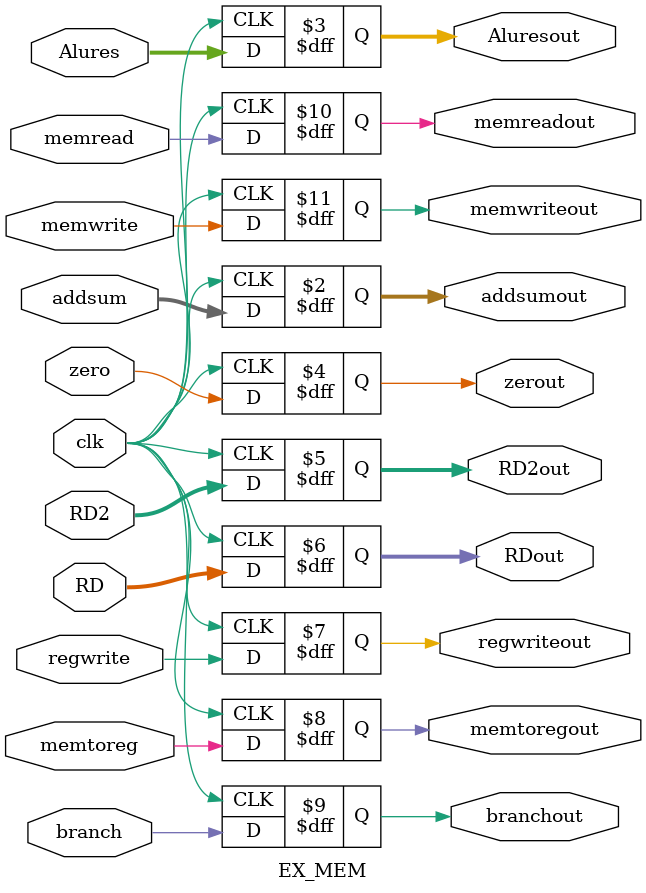
<source format=v>
`timescale 1ns / 1ps


module EX_MEM( 
input clk,

input [63:0]addsum, 

input [63:0]Alures, 

input zero, 

input [63:0]RD2, 

input [4:0]RD, 

input regwrite, memtoreg, branch, memread,memwrite, 

output reg[63:0]addsumout, 

output reg[63:0]Aluresout, 

output reg zerout, 

output reg [63:0]RD2out, 

output reg [4:0]RDout, 

output reg regwriteout, memtoregout, branchout, memreadout, memwriteout 

); 
always @(negedge clk)
begin
    addsumout = addsum; 

    Aluresout = Alures; 

    zerout = zero; 

    RD2out = RD2; 

    RDout = RD; 

    regwriteout = regwrite; 

    memtoregout = memtoreg; 

    branchout = branch; 

    memreadout = memread; 

    memwriteout = memwrite; 

end

endmodule  

</source>
